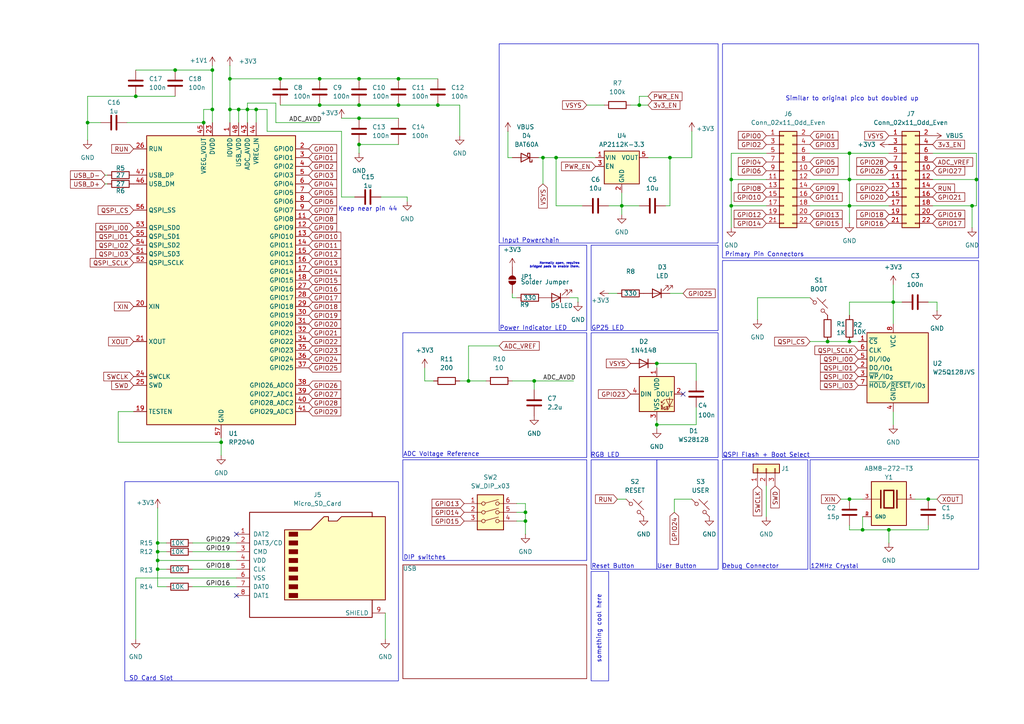
<source format=kicad_sch>
(kicad_sch (version 20250114) (generator "eeschema") (generator_version "9.0")
  (paper "A4")
  (title_block (title "Picopowered") (date "2025-08-19") (rev "3"))
  (rectangle (start 144.78 12.7) (end 208.28 70.485))
  (rectangle (start 171.45 96.52) (end 208.28 132.715))
  (rectangle (start 116.84 133.35) (end 170.18 162.56))
  (rectangle (start 36.195 139.7) (end 115.57 197.485))
  (rectangle (start 234.95 133.35) (end 283.845 165.1))
  (rectangle (start 171.45 165.735) (end 176.53 197.485))
  (rectangle (start 144.78 71.12) (end 170.18 95.885))
  (rectangle (start 190.5 133.35) (end 208.28 165.1))
  (rectangle (start 209.55 12.7) (end 283.8198 74.8059))
  (rectangle (start 209.55 75.565) (end 283.845 132.715))
  (rectangle (start 171.45 71.12) (end 208.28 95.885))
  (rectangle (start 116.84 96.52) (end 170.18 132.715))
  (rectangle (start 171.45 133.35) (end 190.5 165.1))
  (rectangle (start 209.55 133.35) (end 234.315 165.1))
  (text "Similar to original pico but doubled up" (at 247.142 28.702 0) (effects (font (size 1.27 1.27))))
  (text "DIP switches" (at 123.19 161.798 0) (effects (font (size 1.27 1.27))))
  (text "ADC Voltage Reference" (at 128.016 131.826 0) (effects (font (size 1.27 1.27))))
  (text "Normally open, requires\n bridged pads to enable them." (at 168.148 76.962 0) (effects (font (size 0.635 0.635) (italic yes)) (justify right)))
  (text "GP25 LED" (at 176.276 95.25 0) (effects (font (size 1.27 1.27))))
  (text "User Button" (at 196.342 164.338 0) (effects (font (size 1.27 1.27))))
  (text "QSPI Flash + Boot Select" (at 222.25 132.08 0) (effects (font (size 1.27 1.27))))
  (text "Primary Pin Connectors" (at 221.742 73.914 0) (effects (font (size 1.27 1.27))))
  (text "something cool here" (at 173.736 182.372 90) (effects (font (size 1.27 1.27))))
  (text "RGB LED" (at 175.514 132.08 0) (effects (font (size 1.27 1.27))))
  (text "Input Powerchain" (at 153.924 69.85 0) (effects (font (size 1.27 1.27))))
  (text "Debug Connector" (at 217.678 164.338 0) (effects (font (size 1.27 1.27))))
  (text "12MHz Crystal" (at 242.062 164.338 0) (effects (font (size 1.27 1.27))))
  (text "Keep near pin 44" (at 106.68 60.706 0) (effects (font (size 1.27 1.27))))
  (text "SD Card Slot" (at 43.815 196.85 0) (effects (font (size 1.27 1.27))))
  (text "Power Indicator LED\n" (at 154.686 95.25 0) (effects (font (size 1.27 1.27))))
  (text "Reset Button" (at 177.8 164.338 0) (effects (font (size 1.27 1.27))))
  (junction (at 74.3039 31.75))
  (junction (at 246.38 52.07))
  (junction (at 135.89 110.49))
  (junction (at 127 30.48))
  (junction (at 283.21 52.07))
  (junction (at 185.42 30.48))
  (junction (at 104.14 22.86))
  (junction (at 104.14 30.48))
  (junction (at 81.28 22.86))
  (junction (at 180.34 59.69))
  (junction (at 115.57 30.48))
  (junction (at 45.72 165.1))
  (junction (at 45.72 160.02))
  (junction (at 39.37 27.94))
  (junction (at 66.6839 31.75))
  (junction (at 161.29 45.72))
  (junction (at 246.38 99.06))
  (junction (at 152.4 148.59))
  (junction (at 269.24 144.78))
  (junction (at 45.72 157.48))
  (junction (at 61.5908 31.75))
  (junction (at 154.94 110.49))
  (junction (at 45.72 162.56))
  (junction (at 61.5908 20.32))
  (junction (at 190.5 123.19))
  (junction (at 212.09 59.69))
  (junction (at 246.38 59.69))
  (junction (at 64.1439 128.27))
  (junction (at 92.71 22.86))
  (junction (at 59.0639 35.56))
  (junction (at 92.71 30.48))
  (junction (at 246.38 144.78))
  (junction (at 246.38 44.45))
  (junction (at 281.94 59.69))
  (junction (at 157.48 45.72))
  (junction (at 190.5 105.41))
  (junction (at 115.57 22.86))
  (junction (at 25.4 35.56))
  (junction (at 71.7639 31.75))
  (junction (at 66.6839 22.86))
  (junction (at 240.03 99.06))
  (junction (at 69.2239 31.75))
  (junction (at 152.4 151.13))
  (junction (at 104.14 41.91))
  (junction (at 194.31 45.72))
  (junction (at 250.19 153.67))
  (junction (at 257.81 153.67))
  (junction (at 212.09 52.07))
  (junction (at 104.14 34.29))
  (junction (at 50.8 20.32))
  (junction (at 259.08 87.63))
  (no_connect (at 68.58 172.72))
  (no_connect (at 198.12 114.3))
  (no_connect (at 68.58 154.94))
  (wire (pts (xy 123.19 106.68) (xy 123.19 110.49)))
  (wire (pts (xy 104.14 34.29) (xy 115.57 34.29)))
  (wire (pts (xy 187.96 45.72) (xy 194.31 45.72)))
  (wire (pts (xy 133.35 30.48) (xy 127 30.48)))
  (wire (pts (xy 66.6839 31.75) (xy 69.2239 31.75)))
  (wire (pts (xy 34.29 128.27) (xy 64.1439 128.27)))
  (wire (pts (xy 176.53 59.69) (xy 180.34 59.69)))
  (wire (pts (xy 234.95 44.45) (xy 246.38 44.45)))
  (wire (pts (xy 157.48 45.72) (xy 161.29 45.72)))
  (wire (pts (xy 195.58 144.78) (xy 200.66 144.78)))
  (wire (pts (xy 74.3039 31.75) (xy 77.47 31.75)))
  (wire (pts (xy 157.48 53.34) (xy 157.48 45.72)))
  (wire (pts (xy 133.35 110.49) (xy 135.89 110.49)))
  (wire (pts (xy 182.88 30.48) (xy 185.42 30.48)))
  (wire (pts (xy 246.38 52.07) (xy 257.81 52.07)))
  (wire (pts (xy 257.81 157.48) (xy 257.81 153.67)))
  (wire (pts (xy 99.06 57.15) (xy 102.87 57.15)))
  (wire (pts (xy 99.06 34.29) (xy 104.14 34.29)))
  (wire (pts (xy 269.24 144.78) (xy 265.43 144.78)))
  (wire (pts (xy 39.37 167.64) (xy 39.37 185.42)))
  (wire (pts (xy 250.19 149.86) (xy 250.19 153.67)))
  (wire (pts (xy 55.88 170.18) (xy 68.58 170.18)))
  (wire (pts (xy 148.59 86.36) (xy 149.86 86.36)))
  (wire (pts (xy 39.37 27.94) (xy 25.4 27.94)))
  (wire (pts (xy 246.38 99.06) (xy 248.92 99.06)))
  (wire (pts (xy 104.14 44.45) (xy 104.14 41.91)))
  (wire (pts (xy 74.3039 35.56) (xy 74.3039 31.75)))
  (wire (pts (xy 194.31 85.09) (xy 198.12 85.09)))
  (wire (pts (xy 154.94 110.49) (xy 166.37 110.49)))
  (wire (pts (xy 59.0639 35.56) (xy 59.0639 31.75)))
  (wire (pts (xy 234.95 52.07) (xy 246.38 52.07)))
  (wire (pts (xy 161.29 59.69) (xy 168.91 59.69)))
  (wire (pts (xy 115.57 22.86) (xy 127 22.86)))
  (wire (pts (xy 66.6839 22.86) (xy 81.28 22.86)))
  (wire (pts (xy 55.88 160.02) (xy 68.58 160.02)))
  (wire (pts (xy 240.03 99.06) (xy 246.38 99.06)))
  (wire (pts (xy 180.34 59.69) (xy 180.34 55.88)))
  (wire (pts (xy 25.4 40.64) (xy 25.4 35.56)))
  (wire (pts (xy 147.32 45.72) (xy 147.32 38.1)))
  (wire (pts (xy 222.25 140.97) (xy 222.25 149.86)))
  (wire (pts (xy 99.06 38.1) (xy 99.06 57.15)))
  (wire (pts (xy 201.93 123.19) (xy 190.5 123.19)))
  (wire (pts (xy 92.71 22.86) (xy 104.14 22.86)))
  (wire (pts (xy 61.5908 31.75) (xy 61.6039 31.75)))
  (wire (pts (xy 201.93 118.11) (xy 201.93 123.19)))
  (wire (pts (xy 259.08 87.63) (xy 261.62 87.63)))
  (wire (pts (xy 148.59 110.49) (xy 154.94 110.49)))
  (wire (pts (xy 66.6839 35.56) (xy 66.6839 31.75)))
  (wire (pts (xy 45.72 165.1) (xy 45.72 170.18)))
  (wire (pts (xy 246.38 59.69) (xy 257.81 59.69)))
  (wire (pts (xy 81.28 30.48) (xy 92.71 30.48)))
  (wire (pts (xy 246.38 87.63) (xy 259.08 87.63)))
  (wire (pts (xy 135.89 100.33) (xy 135.89 110.49)))
  (wire (pts (xy 50.8 20.32) (xy 61.5908 20.32)))
  (wire (pts (xy 259.08 82.55) (xy 259.08 87.63)))
  (wire (pts (xy 283.21 52.07) (xy 283.21 59.69)))
  (wire (pts (xy 64.1439 128.27) (xy 64.1439 127)))
  (wire (pts (xy 243.84 144.78) (xy 246.38 144.78)))
  (wire (pts (xy 246.38 153.67) (xy 246.38 152.4)))
  (wire (pts (xy 259.08 87.63) (xy 259.08 93.98)))
  (wire (pts (xy 269.24 153.67) (xy 269.24 152.4)))
  (wire (pts (xy 48.26 157.48) (xy 45.72 157.48)))
  (wire (pts (xy 283.21 44.45) (xy 283.21 52.07)))
  (wire (pts (xy 110.49 57.15) (xy 118.11 57.15)))
  (wire (pts (xy 45.72 160.02) (xy 45.72 162.56)))
  (wire (pts (xy 104.14 22.86) (xy 115.57 22.86)))
  (wire (pts (xy 66.6839 31.75) (xy 66.6839 22.86)))
  (wire (pts (xy 71.7639 31.75) (xy 71.7639 35.56)))
  (wire (pts (xy 250.19 153.67) (xy 246.38 153.67)))
  (wire (pts (xy 212.09 59.69) (xy 222.25 59.69)))
  (wire (pts (xy 135.89 100.33) (xy 144.78 100.33)))
  (wire (pts (xy 61.5908 20.32) (xy 61.5908 31.75)))
  (wire (pts (xy 25.4 27.94) (xy 25.4 35.56)))
  (wire (pts (xy 246.38 59.69) (xy 246.38 64.77)))
  (wire (pts (xy 195.58 148.59) (xy 195.58 144.78)))
  (wire (pts (xy 45.72 162.56) (xy 68.58 162.56)))
  (wire (pts (xy 71.7639 31.75) (xy 74.3039 31.75)))
  (wire (pts (xy 118.11 57.15) (xy 118.11 58.42)))
  (wire (pts (xy 45.72 157.48) (xy 45.72 160.02)))
  (wire (pts (xy 147.32 45.72) (xy 148.59 45.72)))
  (wire (pts (xy 190.5 123.19) (xy 190.5 121.92)))
  (wire (pts (xy 71.7639 29.9065) (xy 71.7639 31.75)))
  (wire (pts (xy 64.1439 132.08) (xy 64.1439 128.27)))
  (wire (pts (xy 194.31 59.69) (xy 193.04 59.69)))
  (wire (pts (xy 50.8 27.94) (xy 39.37 27.94)))
  (wire (pts (xy 30.48 53.34) (xy 31.1239 53.34)))
  (wire (pts (xy 180.34 59.69) (xy 185.42 59.69)))
  (wire (pts (xy 190.5 105.41) (xy 201.93 105.41)))
  (wire (pts (xy 167.64 86.36) (xy 167.64 87.63)))
  (wire (pts (xy 250.19 153.67) (xy 257.81 153.67)))
  (wire (pts (xy 45.72 147.32) (xy 45.72 157.48)))
  (wire (pts (xy 104.14 41.91) (xy 115.57 41.91)))
  (wire (pts (xy 176.53 85.09) (xy 179.07 85.09)))
  (wire (pts (xy 246.38 91.44) (xy 246.38 87.63)))
  (wire (pts (xy 36.83 35.56) (xy 59.0639 35.56)))
  (wire (pts (xy 68.58 167.64) (xy 39.37 167.64)))
  (wire (pts (xy 80.01 29.9065) (xy 80.01 35.56)))
  (wire (pts (xy 92.71 30.48) (xy 104.14 30.48)))
  (wire (pts (xy 48.26 160.02) (xy 45.72 160.02)))
  (wire (pts (xy 38.7439 119.38) (xy 34.29 119.38)))
  (wire (pts (xy 161.29 45.72) (xy 161.29 59.69)))
  (wire (pts (xy 61.6039 31.75) (xy 61.6039 35.56)))
  (wire (pts (xy 69.2239 31.75) (xy 69.2239 35.56)))
  (wire (pts (xy 257.81 153.67) (xy 269.24 153.67)))
  (wire (pts (xy 66.6839 19.05) (xy 66.6839 22.86)))
  (wire (pts (xy 200.66 45.72) (xy 200.66 38.1)))
  (wire (pts (xy 270.51 59.69) (xy 281.94 59.69)))
  (wire (pts (xy 222.25 44.45) (xy 212.09 44.45)))
  (wire (pts (xy 246.38 44.45) (xy 246.38 52.07)))
  (wire (pts (xy 234.95 99.06) (xy 240.03 99.06)))
  (wire (pts (xy 185.42 27.94) (xy 185.42 30.48)))
  (wire (pts (xy 133.35 39.37) (xy 133.35 30.48)))
  (wire (pts (xy 48.26 165.1) (xy 45.72 165.1)))
  (wire (pts (xy 246.38 44.45) (xy 257.81 44.45)))
  (wire (pts (xy 81.28 22.86) (xy 92.71 22.86)))
  (wire (pts (xy 212.09 52.07) (xy 222.25 52.07)))
  (wire (pts (xy 45.72 162.56) (xy 45.72 165.1)))
  (wire (pts (xy 180.34 62.23) (xy 180.34 59.69)))
  (wire (pts (xy 156.21 45.72) (xy 157.48 45.72)))
  (wire (pts (xy 77.47 38.1) (xy 99.06 38.1)))
  (wire (pts (xy 212.09 44.45) (xy 212.09 52.07)))
  (wire (pts (xy 194.31 45.72) (xy 200.66 45.72)))
  (wire (pts (xy 45.72 170.18) (xy 48.26 170.18)))
  (wire (pts (xy 246.38 144.78) (xy 250.19 144.78)))
  (wire (pts (xy 115.57 30.48) (xy 127 30.48)))
  (wire (pts (xy 234.95 86.36) (xy 219.71 86.36)))
  (wire (pts (xy 201.93 105.41) (xy 201.93 110.49)))
  (wire (pts (xy 270.51 44.45) (xy 283.21 44.45)))
  (wire (pts (xy 283.21 52.07) (xy 270.51 52.07)))
  (wire (pts (xy 135.89 110.49) (xy 140.97 110.49)))
  (wire (pts (xy 39.37 20.32) (xy 50.8 20.32)))
  (wire (pts (xy 104.14 30.48) (xy 115.57 30.48)))
  (wire (pts (xy 165.1 86.36) (xy 167.64 86.36)))
  (wire (pts (xy 271.78 87.63) (xy 271.78 90.17)))
  (wire (pts (xy 185.42 30.48) (xy 187.96 30.48)))
  (wire (pts (xy 61.5908 19.0778) (xy 61.5908 20.32)))
  (wire (pts (xy 30.48 50.8) (xy 31.1239 50.8)))
  (wire (pts (xy 149.86 146.05) (xy 152.4 146.05)))
  (wire (pts (xy 179.07 144.78) (xy 181.61 144.78)))
  (wire (pts (xy 34.29 119.38) (xy 34.29 128.27)))
  (wire (pts (xy 190.5 124.46) (xy 190.5 123.19)))
  (wire (pts (xy 170.18 30.48) (xy 175.26 30.48)))
  (wire (pts (xy 59.0639 31.75) (xy 61.5908 31.75)))
  (wire (pts (xy 234.95 59.69) (xy 246.38 59.69)))
  (wire (pts (xy 152.4 154.94) (xy 152.4 151.13)))
  (wire (pts (xy 152.4 146.05) (xy 152.4 148.59)))
  (wire (pts (xy 212.09 66.04) (xy 212.09 59.69)))
  (wire (pts (xy 281.94 66.04) (xy 281.94 59.69)))
  (wire (pts (xy 55.88 165.1) (xy 68.58 165.1)))
  (wire (pts (xy 161.29 45.72) (xy 172.72 45.72)))
  (wire (pts (xy 123.19 110.49) (xy 125.73 110.49)))
  (wire (pts (xy 212.09 52.07) (xy 212.09 59.69)))
  (wire (pts (xy 269.24 87.63) (xy 271.78 87.63)))
  (wire (pts (xy 259.08 123.19) (xy 259.08 119.38)))
  (wire (pts (xy 69.2239 31.75) (xy 71.7639 31.75)))
  (wire (pts (xy 77.47 31.75) (xy 77.47 38.1)))
  (wire (pts (xy 80.01 35.56) (xy 92.71 35.56)))
  (wire (pts (xy 219.71 86.36) (xy 219.71 92.71)))
  (wire (pts (xy 187.96 27.94) (xy 185.42 27.94)))
  (wire (pts (xy 194.31 45.72) (xy 194.31 59.69)))
  (wire (pts (xy 80.01 29.9065) (xy 71.7639 29.9065)))
  (wire (pts (xy 111.76 177.8) (xy 111.76 185.42)))
  (wire (pts (xy 149.86 148.59) (xy 152.4 148.59)))
  (wire (pts (xy 29.21 35.56) (xy 25.4 35.56)))
  (wire (pts (xy 190.5 105.41) (xy 190.5 106.68)))
  (wire (pts (xy 271.78 144.78) (xy 269.24 144.78)))
  (wire (pts (xy 148.59 86.36) (xy 148.59 85.09)))
  (wire (pts (xy 281.94 59.69) (xy 283.21 59.69)))
  (wire (pts (xy 55.88 157.48) (xy 68.58 157.48)))
  (wire (pts (xy 152.4 148.59) (xy 152.4 151.13)))
  (wire (pts (xy 152.4 151.13) (xy 149.86 151.13)))
  (wire (pts (xy 154.94 113.03) (xy 154.94 110.49)))
  (wire (pts (xy 246.38 52.07) (xy 246.38 59.69)))
  (label "ADC_AVDD" (at 157.48 110.49 0))
  (label "GPIO18" (at 59.69 165.1 0))
  (label "GPIO19" (at 59.69 160.02 0))
  (label "GPIO29" (at 59.69 157.48 0))
  (label "GPIO16" (at 59.69 170.18 0))
  (label "ADC_AVDD" (at 83.82 35.56 0))
  (global_label "GPIO12" (shape input) (at 222.25 62.23 180) (property "Intersheetrefs" "${INTERSHEET_REFS}" (effects (hide yes))))
  (global_label "GPIO15" (shape input) (at 234.95 64.77 0) (property "Intersheetrefs" "${INTERSHEET_REFS}" (effects (hide yes))))
  (global_label "GPIO3" (shape input) (at 234.95 41.91 0) (property "Intersheetrefs" "${INTERSHEET_REFS}" (effects (hide yes))))
  (global_label "ADC_VREF" (shape input) (at 270.51 46.99 0) (property "Intersheetrefs" "${INTERSHEET_REFS}" (effects (hide yes))))
  (global_label "SWCLK" (shape input) (at 219.71 140.97 270) (property "Intersheetrefs" "${INTERSHEET_REFS}" (effects (hide yes))))
  (global_label "GPIO4" (shape input) (at 222.25 46.99 180) (property "Intersheetrefs" "${INTERSHEET_REFS}" (effects (hide yes))))
  (global_label "3v3_EN" (shape input) (at 270.51 41.91 0) (property "Intersheetrefs" "${INTERSHEET_REFS}" (effects (hide yes))))
  (global_label "QSPI_SCLK" (shape input) (at 248.92 101.6 180) (property "Intersheetrefs" "${INTERSHEET_REFS}" (effects (hide yes))))
  (global_label "PWR_EN" (shape input) (at 187.96 27.94 0) (property "Intersheetrefs" "${INTERSHEET_REFS}" (effects (hide yes))))
  (global_label "GPIO26" (shape input) (at 257.81 49.53 180) (property "Intersheetrefs" "${INTERSHEET_REFS}" (effects (hide yes))))
  (global_label "RUN" (shape input) (at 179.07 144.78 180) (property "Intersheetrefs" "${INTERSHEET_REFS}" (effects (hide yes))))
  (global_label "GPIO13" (shape input) (at 234.95 62.23 0) (property "Intersheetrefs" "${INTERSHEET_REFS}" (effects (hide yes))))
  (global_label "ADC_VREF" (shape input) (at 144.78 100.33 0) (property "Intersheetrefs" "${INTERSHEET_REFS}" (effects (hide yes))))
  (global_label "3v3_EN" (shape input) (at 187.96 30.48 0) (property "Intersheetrefs" "${INTERSHEET_REFS}" (effects (hide yes))))
  (global_label "RUN" (shape input) (at 38.7439 43.18 180) (property "Intersheetrefs" "${INTERSHEET_REFS}" (effects (hide yes))))
  (global_label "GPIO13" (shape input) (at 89.5439 76.2 0) (property "Intersheetrefs" "${INTERSHEET_REFS}" (effects (hide yes))))
  (global_label "XIN" (shape input) (at 38.7439 88.9 180) (property "Intersheetrefs" "${INTERSHEET_REFS}" (effects (hide yes))))
  (global_label "GPIO14" (shape input) (at 89.5439 78.74 0) (property "Intersheetrefs" "${INTERSHEET_REFS}" (effects (hide yes))))
  (global_label "GPIO28" (shape input) (at 89.5439 116.84 0) (property "Intersheetrefs" "${INTERSHEET_REFS}" (effects (hide yes))))
  (global_label "GPIO12" (shape input) (at 89.5439 73.66 0) (property "Intersheetrefs" "${INTERSHEET_REFS}" (effects (hide yes))))
  (global_label "GPIO0" (shape input) (at 222.25 39.37 180) (property "Intersheetrefs" "${INTERSHEET_REFS}" (effects (hide yes))))
  (global_label "GPIO7" (shape input) (at 89.5439 60.96 0) (property "Intersheetrefs" "${INTERSHEET_REFS}" (effects (hide yes))))
  (global_label "GPIO29" (shape input) (at 89.5439 119.38 0) (property "Intersheetrefs" "${INTERSHEET_REFS}" (effects (hide yes))))
  (global_label "GPIO2" (shape input) (at 89.5439 48.26 0) (property "Intersheetrefs" "${INTERSHEET_REFS}" (effects (hide yes))))
  (global_label "GPIO6" (shape input) (at 222.25 49.53 180) (property "Intersheetrefs" "${INTERSHEET_REFS}" (effects (hide yes))))
  (global_label "QSPI_IO2" (shape input) (at 38.7439 71.12 180) (property "Intersheetrefs" "${INTERSHEET_REFS}" (effects (hide yes))))
  (global_label "QSPI_IO2" (shape input) (at 248.92 109.22 180) (property "Intersheetrefs" "${INTERSHEET_REFS}" (effects (hide yes))))
  (global_label "GPIO6" (shape input) (at 89.5439 58.42 0) (property "Intersheetrefs" "${INTERSHEET_REFS}" (effects (hide yes))))
  (global_label "QSPI_IO1" (shape input) (at 248.92 106.68 180) (property "Intersheetrefs" "${INTERSHEET_REFS}" (effects (hide yes))))
  (global_label "GPIO8" (shape input) (at 222.25 54.61 180) (property "Intersheetrefs" "${INTERSHEET_REFS}" (effects (hide yes))))
  (global_label "GPIO18" (shape input) (at 89.5439 88.9 0) (property "Intersheetrefs" "${INTERSHEET_REFS}" (effects (hide yes))))
  (global_label "GPIO13" (shape input) (at 134.62 146.05 180) (property "Intersheetrefs" "${INTERSHEET_REFS}" (effects (hide yes))))
  (global_label "GPIO17" (shape input) (at 89.5439 86.36 0) (property "Intersheetrefs" "${INTERSHEET_REFS}" (effects (hide yes))))
  (global_label "GPIO14" (shape input) (at 134.62 148.59 180) (property "Intersheetrefs" "${INTERSHEET_REFS}" (effects (hide yes))))
  (global_label "GPIO5" (shape input) (at 234.95 46.99 0) (property "Intersheetrefs" "${INTERSHEET_REFS}" (effects (hide yes))))
  (global_label "QSPI_IO0" (shape input) (at 38.7439 66.04 180) (property "Intersheetrefs" "${INTERSHEET_REFS}" (effects (hide yes))))
  (global_label "GPIO0" (shape input) (at 89.5439 43.18 0) (property "Intersheetrefs" "${INTERSHEET_REFS}" (effects (hide yes))))
  (global_label "SWCLK" (shape input) (at 38.7439 109.22 180) (property "Intersheetrefs" "${INTERSHEET_REFS}" (effects (hide yes))))
  (global_label "GPIO22" (shape input) (at 89.5439 99.06 0) (property "Intersheetrefs" "${INTERSHEET_REFS}" (effects (hide yes))))
  (global_label "GPIO22" (shape input) (at 257.81 54.61 180) (property "Intersheetrefs" "${INTERSHEET_REFS}" (effects (hide yes))))
  (global_label "SWD" (shape input) (at 224.79 140.97 270) (property "Intersheetrefs" "${INTERSHEET_REFS}" (effects (hide yes))))
  (global_label "GPIO9" (shape input) (at 234.95 54.61 0) (property "Intersheetrefs" "${INTERSHEET_REFS}" (effects (hide yes))))
  (global_label "GPIO14" (shape input) (at 222.25 64.77 180) (property "Intersheetrefs" "${INTERSHEET_REFS}" (effects (hide yes))))
  (global_label "GPIO10" (shape input) (at 89.5439 68.58 0) (property "Intersheetrefs" "${INTERSHEET_REFS}" (effects (hide yes))))
  (global_label "GPIO1" (shape input) (at 89.5439 45.72 0) (property "Intersheetrefs" "${INTERSHEET_REFS}" (effects (hide yes))))
  (global_label "USB_D-" (shape input) (at 30.48 50.8 180) (property "Intersheetrefs" "${INTERSHEET_REFS}" (effects (hide yes))))
  (global_label "GPIO11" (shape input) (at 234.95 57.15 0) (property "Intersheetrefs" "${INTERSHEET_REFS}" (effects (hide yes))))
  (global_label "GPIO15" (shape input) (at 89.5439 81.28 0) (property "Intersheetrefs" "${INTERSHEET_REFS}" (effects (hide yes))))
  (global_label "GPIO24" (shape input) (at 195.58 148.59 270) (property "Intersheetrefs" "${INTERSHEET_REFS}" (effects (hide yes))))
  (global_label "XOUT" (shape input) (at 271.78 144.78 0) (property "Intersheetrefs" "${INTERSHEET_REFS}" (effects (hide yes))))
  (global_label "XIN" (shape input) (at 243.84 144.78 180) (property "Intersheetrefs" "${INTERSHEET_REFS}" (effects (hide yes))))
  (global_label "QSPI_SCLK" (shape input) (at 38.7439 76.2 180) (property "Intersheetrefs" "${INTERSHEET_REFS}" (effects (hide yes))))
  (global_label "QSPI_IO3" (shape input) (at 248.92 111.76 180) (property "Intersheetrefs" "${INTERSHEET_REFS}" (effects (hide yes))))
  (global_label "QSPI_CS" (shape input) (at 234.95 99.06 180) (property "Intersheetrefs" "${INTERSHEET_REFS}" (effects (hide yes))))
  (global_label "GPIO21" (shape input) (at 270.51 57.15 0) (property "Intersheetrefs" "${INTERSHEET_REFS}" (effects (hide yes))))
  (global_label "GPIO20" (shape input) (at 257.81 57.15 180) (property "Intersheetrefs" "${INTERSHEET_REFS}" (effects (hide yes))))
  (global_label "GPIO16" (shape input) (at 89.5439 83.82 0) (property "Intersheetrefs" "${INTERSHEET_REFS}" (effects (hide yes))))
  (global_label "PWR_EN" (shape input) (at 172.72 48.26 180) (property "Intersheetrefs" "${INTERSHEET_REFS}" (effects (hide yes))))
  (global_label "GPIO20" (shape input) (at 89.5439 93.98 0) (property "Intersheetrefs" "${INTERSHEET_REFS}" (effects (hide yes))))
  (global_label "GPIO25" (shape input) (at 89.5439 106.68 0) (property "Intersheetrefs" "${INTERSHEET_REFS}" (effects (hide yes))))
  (global_label "GPIO7" (shape input) (at 234.95 49.53 0) (property "Intersheetrefs" "${INTERSHEET_REFS}" (effects (hide yes))))
  (global_label "GPIO19" (shape input) (at 270.51 62.23 0) (property "Intersheetrefs" "${INTERSHEET_REFS}" (effects (hide yes))))
  (global_label "GPIO23" (shape input) (at 89.5439 101.6 0) (property "Intersheetrefs" "${INTERSHEET_REFS}" (effects (hide yes))))
  (global_label "SWD" (shape input) (at 38.7439 111.76 180) (property "Intersheetrefs" "${INTERSHEET_REFS}" (effects (hide yes))))
  (global_label "GPIO5" (shape input) (at 89.5439 55.88 0) (property "Intersheetrefs" "${INTERSHEET_REFS}" (effects (hide yes))))
  (global_label "QSPI_IO3" (shape input) (at 38.7439 73.66 180) (property "Intersheetrefs" "${INTERSHEET_REFS}" (effects (hide yes))))
  (global_label "GPIO1" (shape input) (at 234.95 39.37 0) (property "Intersheetrefs" "${INTERSHEET_REFS}" (effects (hide yes))))
  (global_label "GPIO27" (shape input) (at 89.5439 114.3 0) (property "Intersheetrefs" "${INTERSHEET_REFS}" (effects (hide yes))))
  (global_label "GPIO26" (shape input) (at 89.5439 111.76 0) (property "Intersheetrefs" "${INTERSHEET_REFS}" (effects (hide yes))))
  (global_label "QSPI_CS" (shape input) (at 38.7439 60.96 180) (property "Intersheetrefs" "${INTERSHEET_REFS}" (effects (hide yes))))
  (global_label "XOUT" (shape input) (at 38.7439 99.06 180) (property "Intersheetrefs" "${INTERSHEET_REFS}" (effects (hide yes))))
  (global_label "RUN" (shape input) (at 270.51 54.61 0) (property "Intersheetrefs" "${INTERSHEET_REFS}" (effects (hide yes))))
  (global_label "GPIO9" (shape input) (at 89.5439 66.04 0) (property "Intersheetrefs" "${INTERSHEET_REFS}" (effects (hide yes))))
  (global_label "GPIO11" (shape input) (at 89.5439 71.12 0) (property "Intersheetrefs" "${INTERSHEET_REFS}" (effects (hide yes))))
  (global_label "GPIO24" (shape input) (at 89.5439 104.14 0) (property "Intersheetrefs" "${INTERSHEET_REFS}" (effects (hide yes))))
  (global_label "VSYS" (shape input) (at 182.88 105.41 180) (property "Intersheetrefs" "${INTERSHEET_REFS}" (effects (hide yes))))
  (global_label "GPIO27" (shape input) (at 270.51 49.53 0) (property "Intersheetrefs" "${INTERSHEET_REFS}" (effects (hide yes))))
  (global_label "GPIO16" (shape input) (at 257.81 64.77 180) (property "Intersheetrefs" "${INTERSHEET_REFS}" (effects (hide yes))))
  (global_label "GPIO21" (shape input) (at 89.5439 96.52 0) (property "Intersheetrefs" "${INTERSHEET_REFS}" (effects (hide yes))))
  (global_label "GPIO28" (shape input) (at 257.81 46.99 180) (property "Intersheetrefs" "${INTERSHEET_REFS}" (effects (hide yes))))
  (global_label "GPIO23" (shape input) (at 182.88 114.3 180) (property "Intersheetrefs" "${INTERSHEET_REFS}" (effects (hide yes))))
  (global_label "GPIO17" (shape input) (at 270.51 64.77 0) (property "Intersheetrefs" "${INTERSHEET_REFS}" (effects (hide yes))))
  (global_label "VSYS" (shape input) (at 157.48 53.34 270) (property "Intersheetrefs" "${INTERSHEET_REFS}" (effects (hide yes))))
  (global_label "GPIO8" (shape input) (at 89.5439 63.5 0) (property "Intersheetrefs" "${INTERSHEET_REFS}" (effects (hide yes))))
  (global_label "QSPI_IO0" (shape input) (at 248.92 104.14 180) (property "Intersheetrefs" "${INTERSHEET_REFS}" (effects (hide yes))))
  (global_label "GPIO2" (shape input) (at 222.25 41.91 180) (property "Intersheetrefs" "${INTERSHEET_REFS}" (effects (hide yes))))
  (global_label "QSPI_IO1" (shape input) (at 38.7439 68.58 180) (property "Intersheetrefs" "${INTERSHEET_REFS}" (effects (hide yes))))
  (global_label "VSYS" (shape input) (at 170.18 30.48 180) (property "Intersheetrefs" "${INTERSHEET_REFS}" (effects (hide yes))))
  (global_label "GPIO10" (shape input) (at 222.25 57.15 180) (property "Intersheetrefs" "${INTERSHEET_REFS}" (effects (hide yes))))
  (global_label "GPIO25" (shape input) (at 198.12 85.09 0) (property "Intersheetrefs" "${INTERSHEET_REFS}" (effects (hide yes))))
  (global_label "GPIO19" (shape input) (at 89.5439 91.44 0) (property "Intersheetrefs" "${INTERSHEET_REFS}" (effects (hide yes))))
  (global_label "USB_D+" (shape input) (at 30.48 53.34 180) (property "Intersheetrefs" "${INTERSHEET_REFS}" (effects (hide yes))))
  (global_label "GPIO4" (shape input) (at 89.5439 53.34 0) (property "Intersheetrefs" "${INTERSHEET_REFS}" (effects (hide yes))))
  (global_label "GPIO3" (shape input) (at 89.5439 50.8 0) (property "Intersheetrefs" "${INTERSHEET_REFS}" (effects (hide yes))))
  (global_label "VSYS" (shape input) (at 257.81 39.37 180) (property "Intersheetrefs" "${INTERSHEET_REFS}" (effects (hide yes))))
  (global_label "GPIO15" (shape input) (at 134.62 151.13 180) (property "Intersheetrefs" "${INTERSHEET_REFS}" (effects (hide yes))))
  (global_label "GPIO18" (shape input) (at 257.81 62.23 180) (property "Intersheetrefs" "${INTERSHEET_REFS}" (effects (hide yes))))
  (symbol (lib_id "power:+3V3") (at 257.81 41.91 90) (mirror x) (unit 1)
    (property "Reference" "#PWR041" (effects (hide yes)))
    (property "Value" "+3V3" (at 254 41.9099 90) (effects (justify left)))
    (property "Description" "Power symbol creates a global label with name \"+3V3\"" (effects (hide yes)))
  )
  (symbol (lib_id "power:GND") (at 133.35 39.37 0) (unit 1)
    (property "Reference" "#PWR029" (effects (hide yes)))
    (property "Value" "GND" (at 133.35 44.45 0))
    (property "Description" "Power symbol creates a global label with name \"GND\" , ground" (effects (hide yes)))
  )
  (symbol (lib_id "Device:R") (at 52.07 160.02 90) (unit 1)
    (property "Reference" "R12" (at 42.418 160.02 90))
    (property "Value" "10K" (at 51.562 160.02 90))
    (property "Footprint" "Resistor_SMD:R_0402_1005Metric" (effects (hide yes)))
    (property "Description" "Resistor" (effects (hide yes)))
  )
  (symbol (lib_id "Device:R") (at 52.07 170.18 90) (unit 1)
    (property "Reference" "R14" (at 42.418 170.18 90))
    (property "Value" "10K" (at 51.562 170.18 90))
    (property "Footprint" "Resistor_SMD:R_0402_1005Metric" (effects (hide yes)))
    (property "Description" "Resistor" (effects (hide yes)))
  )
  (symbol (lib_id "power:GND") (at 190.5 124.46 0) (unit 1)
    (property "Reference" "#PWR011" (effects (hide yes)))
    (property "Value" "GND" (at 190.5 129.54 0))
    (property "Description" "Power symbol creates a global label with name \"GND\" , ground" (effects (hide yes)))
  )
  (symbol (lib_id "Device:C") (at 39.37 24.13 0) (unit 1)
    (property "Reference" "C17" (at 43.18 22.8599 0) (effects (justify left)))
    (property "Value" "100n" (at 43.18 25.3999 0) (effects (justify left)))
    (property "Footprint" "Capacitor_SMD:C_0402_1005Metric" (effects (hide yes)))
    (property "Description" "Unpolarized capacitor" (effects (hide yes)))
  )
  (symbol (lib_id "Device:R") (at 34.9339 53.34 270) (unit 1)
    (property "Reference" "R6" (at 34.9339 55.372 90))
    (property "Value" "27" (at 34.9339 53.34 90))
    (property "Footprint" "Resistor_SMD:R_0402_1005Metric" (effects (hide yes)))
    (property "Description" "Resistor" (effects (hide yes)))
  )
  (symbol (lib_id "Device:C") (at 104.14 38.1 0) (unit 1)
    (property "Reference" "C13" (at 107.95 36.8299 0) (effects (justify left)))
    (property "Value" "100n" (at 107.95 39.3699 0) (effects (justify left)))
    (property "Footprint" "Capacitor_SMD:C_0402_1005Metric" (effects (hide yes)))
    (property "Description" "Unpolarized capacitor" (effects (hide yes)))
  )
  (symbol (lib_id "Connector_Generic:Conn_01x03") (at 222.25 135.89 90) (unit 1)
    (property "Reference" "J1" (at 226.568 135.89 90) (effects (justify right)))
    (property "Value" "Conn_01x03" (effects (hide yes)))
    (property "Footprint" "Connector_PinHeader_2.54mm:PinHeader_1x03_P2.54mm_Vertical" (effects (hide yes)))
    (property "Description" "Generic connector, single row, 01x03, script generated (kicad-library-utils/schlib/autogen/connector/)" (effects (hide yes)))
  )
  (symbol (lib_id "Scottokicad:Placeholder_Keyswitch") (at 237.49 88.9 0) (unit 1)
    (property "Reference" "S1" (at 237.49 81.28 0))
    (property "Value" "BOOT" (at 237.49 83.82 0))
    (property "Footprint" "Button_Switch_SMD:SW_SPST_B3U-1000P" (effects (hide yes)))
    (property "Description" "Push button switch, normally open, two pins, 45° tilted" (effects (hide yes)))
  )
  (symbol (lib_id "power:GND") (at 180.34 62.23 0) (unit 1)
    (property "Reference" "#PWR019" (effects (hide yes)))
    (property "Value" "GND" (at 180.34 67.31 0))
    (property "Description" "Power symbol creates a global label with name \"GND\" , ground" (effects (hide yes)))
  )
  (symbol (lib_id "Device:C") (at 115.57 26.67 0) (unit 1)
    (property "Reference" "C11" (at 119.38 25.3999 0) (effects (justify left)))
    (property "Value" "100n" (at 119.38 27.9399 0) (effects (justify left)))
    (property "Footprint" "Capacitor_SMD:C_0402_1005Metric" (effects (hide yes)))
    (property "Description" "Unpolarized capacitor" (effects (hide yes)))
  )
  (symbol (lib_id "Device:C") (at 201.93 114.3 180) (unit 1)
    (property "Reference" "C4" (at 202.438 117.602 0) (effects (justify right)))
    (property "Value" "100n" (at 202.438 120.396 0) (effects (justify right)))
    (property "Footprint" "Capacitor_SMD:C_0402_1005Metric" (effects (hide yes)))
    (property "Description" "Unpolarized capacitor" (effects (hide yes)))
  )
  (symbol (lib_id "Switch:SW_DIP_x03") (at 142.24 148.59 0) (unit 1)
    (property "Reference" "SW2" (at 142.24 138.43 0))
    (property "Value" "SW_DIP_x03" (at 142.24 140.97 0))
    (property "Footprint" "Button_Switch_THT:SW_DIP_SPSTx03_Slide_6.7x9.18mm_W7.62mm_P2.54mm_LowProfile" (effects (hide yes)))
    (property "Description" "3x DIP Switch, Single Pole Single Throw (SPST) switch, small symbol" (effects (hide yes)))
  )
  (symbol (lib_id "Device:C") (at 154.94 116.84 0) (unit 1)
    (property "Reference" "C7" (at 158.75 115.5699 0) (effects (justify left)))
    (property "Value" "2.2u" (at 158.75 118.1099 0) (effects (justify left)))
    (property "Footprint" "Capacitor_SMD:C_0402_1005Metric" (effects (hide yes)))
    (property "Description" "Unpolarized capacitor" (effects (hide yes)))
  )
  (symbol (lib_id "power:GND") (at 219.71 92.71 0) (unit 1)
    (property "Reference" "#PWR05" (effects (hide yes)))
    (property "Value" "GND" (at 219.71 97.79 0))
    (property "Description" "Power symbol creates a global label with name \"GND\" , ground" (effects (hide yes)))
  )
  (symbol (lib_id "Device:C") (at 106.68 57.15 90) (unit 1)
    (property "Reference" "C15" (at 106.68 51.308 90))
    (property "Value" "1u" (at 106.68 53.848 90))
    (property "Footprint" "Capacitor_SMD:C_0402_1005Metric" (effects (hide yes)))
    (property "Description" "Unpolarized capacitor" (effects (hide yes)))
  )
  (symbol (lib_id "LED:WS2812B") (at 190.5 114.3 0) (unit 1)
    (property "Reference" "D1" (at 201.168 124.968 0))
    (property "Value" "WS2812B" (at 201.168 127.508 0))
    (property "Footprint" "LED_SMD:LED_WS2812B_PLCC4_5.0x5.0mm_P3.2mm" (effects (hide yes)))
    (property "Datasheet" "https://cdn-shop.adafruit.com/datasheets/WS2812B.pdf" (effects (hide yes)))
    (property "Description" "RGB LED with integrated controller" (effects (hide yes)))
  )
  (symbol (lib_id "power:GND") (at 212.09 66.04 0) (unit 1)
    (property "Reference" "#PWR042" (effects (hide yes)))
    (property "Value" "GND" (at 212.09 71.12 0))
    (property "Description" "Power symbol creates a global label with name \"GND\" , ground" (effects (hide yes)))
  )
  (symbol (lib_id "Scottokicad:Placeholder_Keyswitch") (at 203.2 147.32 0) (unit 1)
    (property "Reference" "S3" (at 203.2 139.7 0))
    (property "Value" "USER" (at 203.2 142.24 0))
    (property "Footprint" "Button_Switch_SMD:SW_SPST_B3U-1000P" (effects (hide yes)))
    (property "Description" "Push button switch, normally open, two pins, 45° tilted" (effects (hide yes)))
  )
  (symbol (lib_id "power:GND") (at 167.64 87.63 0) (unit 1)
    (property "Reference" "#PWR021" (effects (hide yes)))
    (property "Value" "GND" (at 167.64 92.71 0))
    (property "Description" "Power symbol creates a global label with name \"GND\" , ground" (effects (hide yes)))
  )
  (symbol (lib_id "power:VBUS") (at 270.51 39.37 270) (unit 1)
    (property "Reference" "#PWR040" (effects (hide yes)))
    (property "Value" "VBUS" (at 274.32 39.3699 90) (effects (justify left)))
    (property "Description" "Power symbol creates a global label with name \"VBUS\"" (effects (hide yes)))
  )
  (symbol (lib_id "power:GND") (at 259.08 123.19 0) (unit 1)
    (property "Reference" "#PWR03" (effects (hide yes)))
    (property "Value" "GND" (at 259.08 128.27 0))
    (property "Description" "Power symbol creates a global label with name \"GND\" , ground" (effects (hide yes)))
  )
  (symbol (lib_id "Device:C") (at 172.72 59.69 90) (unit 1)
    (property "Reference" "C6" (at 172.72 52.07 90))
    (property "Value" "10u" (at 172.72 54.61 90))
    (property "Footprint" "Capacitor_SMD:C_0402_1005Metric" (effects (hide yes)))
    (property "Description" "Unpolarized capacitor" (effects (hide yes)))
  )
  (symbol (lib_id "power:+3V3") (at 200.66 38.1 0) (unit 1)
    (property "Reference" "#PWR018" (effects (hide yes)))
    (property "Value" "+3V3" (at 201.93 37.338 0) (effects (justify left)))
    (property "Description" "Power symbol creates a global label with name \"+3V3\"" (effects (hide yes)))
  )
  (symbol (lib_id "Device:C") (at 246.38 148.59 0) (mirror y) (unit 1)
    (property "Reference" "C2" (at 239.776 147.32 0) (effects (justify right)))
    (property "Value" "15p" (at 239.776 149.86 0) (effects (justify right)))
    (property "Footprint" "Capacitor_SMD:C_0402_1005Metric" (effects (hide yes)))
    (property "Description" "Unpolarized capacitor" (effects (hide yes)))
  )
  (symbol (lib_id "Device:R") (at 34.9339 50.8 90) (unit 1)
    (property "Reference" "R5" (at 34.9339 48.768 90))
    (property "Value" "27" (at 34.9339 50.8 90))
    (property "Footprint" "Resistor_SMD:R_0402_1005Metric" (effects (hide yes)))
    (property "Description" "Resistor" (effects (hide yes)))
  )
  (symbol (lib_id "Device:LED") (at 190.5 85.09 180) (unit 1)
    (property "Reference" "D3" (at 192.0875 77.47 0))
    (property "Value" "LED" (at 192.0875 80.01 0))
    (property "Footprint" "LED_SMD:LED_0603_1608Metric" (effects (hide yes)))
    (property "Description" "Light emitting diode" (effects (hide yes)))
    (property "Sim.Pins" "1=K 2=A" (effects (hide yes)))
  )
  (symbol (lib_id "Device:C") (at 81.28 26.67 0) (unit 1)
    (property "Reference" "C8" (at 85.09 25.3999 0) (effects (justify left)))
    (property "Value" "100n" (at 85.09 27.9399 0) (effects (justify left)))
    (property "Footprint" "Capacitor_SMD:C_0402_1005Metric" (effects (hide yes)))
    (property "Description" "Unpolarized capacitor" (effects (hide yes)))
  )
  (symbol (lib_id "Device:C") (at 265.43 87.63 90) (unit 1)
    (property "Reference" "C3" (at 265.43 80.01 90))
    (property "Value" "100n" (at 265.43 82.55 90))
    (property "Footprint" "Capacitor_SMD:C_0402_1005Metric" (effects (hide yes)))
    (property "Description" "Unpolarized capacitor" (effects (hide yes)))
  )
  (symbol (lib_id "Device:R") (at 52.07 157.48 90) (unit 1)
    (property "Reference" "R15" (at 42.418 157.48 90))
    (property "Value" "10K" (at 51.562 157.48 90))
    (property "Footprint" "Resistor_SMD:R_0402_1005Metric" (effects (hide yes)))
    (property "Description" "Resistor" (effects (hide yes)))
  )
  (symbol (lib_id "power:GND") (at 222.25 149.86 0) (unit 1)
    (property "Reference" "#PWR07" (effects (hide yes)))
    (property "Value" "GND" (at 222.25 154.94 0))
    (property "Description" "Power symbol creates a global label with name \"GND\" , ground" (effects (hide yes)))
  )
  (symbol (lib_id "Device:R") (at 179.07 30.48 90) (unit 1)
    (property "Reference" "R7" (at 179.07 24.13 90))
    (property "Value" "100k" (at 179.07 26.67 90))
    (property "Footprint" "Resistor_SMD:R_0402_1005Metric" (effects (hide yes)))
    (property "Description" "Resistor" (effects (hide yes)))
  )
  (symbol (lib_id "Device:C") (at 50.8 24.13 0) (unit 1)
    (property "Reference" "C18" (at 54.61 22.8599 0) (effects (justify left)))
    (property "Value" "100n" (at 54.61 25.3999 0) (effects (justify left)))
    (property "Footprint" "Capacitor_SMD:C_0402_1005Metric" (effects (hide yes)))
    (property "Description" "Unpolarized capacitor" (effects (hide yes)))
  )
  (symbol (lib_id "Device:R") (at 246.38 95.25 0) (unit 1)
    (property "Reference" "R2" (at 247.396 94.234 0) (effects (justify left)))
    (property "Value" "10K" (at 247.396 96.266 0) (effects (justify left)))
    (property "Footprint" "Resistor_SMD:R_0402_1005Metric" (effects (hide yes)))
    (property "Description" "Resistor" (effects (hide yes)))
  )
  (symbol (lib_id "power:GND") (at 257.81 157.48 0) (unit 1)
    (property "Reference" "#PWR02" (effects (hide yes)))
    (property "Value" "GND" (at 257.81 162.56 0))
    (property "Description" "Power symbol creates a global label with name \"GND\" , ground" (effects (hide yes)))
  )
  (symbol (lib_id "power:GND") (at 281.94 66.04 0) (unit 1)
    (property "Reference" "#PWR043" (effects (hide yes)))
    (property "Value" "GND" (at 281.94 71.12 0))
    (property "Description" "Power symbol creates a global label with name \"GND\" , ground" (effects (hide yes)))
  )
  (symbol (lib_id "Regulator_Linear:AP2112K-3.3") (at 180.34 48.26 0) (unit 1)
    (property "Reference" "U4" (at 180.34 39.37 0))
    (property "Value" "AP2112K-3.3" (at 180.34 41.91 0))
    (property "Footprint" "Package_TO_SOT_SMD:SOT-23-5" (effects (hide yes)))
    (property "Datasheet" "https://www.diodes.com/assets/Datasheets/AP2112.pdf" (effects (hide yes)))
    (property "Description" "600mA low dropout linear regulator, with enable pin, 3.8V-6V input voltage range, 3.3V fixed positive output, SOT-23-5" (effects (hide yes)))
  )
  (symbol (lib_id "Diode:1N4148") (at 186.69 105.41 180) (unit 1)
    (property "Reference" "D2" (at 186.69 99.06 0))
    (property "Value" "1N4148" (at 186.69 101.6 0))
    (property "Footprint" "Diode_SMD:D_SOD-123" (effects (hide yes)))
    (property "Datasheet" "https://assets.nexperia.com/documents/data-sheet/1N4148_1N4448.pdf" (effects (hide yes)))
    (property "Description" "100V 0.15A standard switching diode, DO-35" (effects (hide yes)))
    (property "Sim.Device" "D" (effects (hide yes)))
    (property "Sim.Pins" "1=K 2=A" (effects (hide yes)))
  )
  (symbol (lib_id "Scottokicad:Placeholder_Keyswitch") (at 184.15 147.32 0) (unit 1)
    (property "Reference" "S2" (at 184.15 139.7 0))
    (property "Value" "RESET" (at 184.15 142.24 0))
    (property "Footprint" "Button_Switch_SMD:SW_SPST_B3U-1000P" (effects (hide yes)))
    (property "Description" "Push button switch, normally open, two pins, 45° tilted" (effects (hide yes)))
  )
  (symbol (lib_id "power:+1V1") (at 61.5908 19.0778 0) (unit 1)
    (property "Reference" "#PWR034" (effects (hide yes)))
    (property "Value" "+1V1" (at 57.658 17.526 0))
    (property "Description" "Power symbol creates a global label with name \"+1V1\"" (effects (hide yes)))
  )
  (symbol (lib_id "Device:R") (at 182.88 85.09 90) (unit 1)
    (property "Reference" "R8" (at 182.88 78.74 90))
    (property "Value" "330" (at 182.88 85.09 90))
    (property "Footprint" "Resistor_SMD:R_0402_1005Metric" (effects (hide yes)))
    (property "Description" "Resistor" (effects (hide yes)))
  )
  (symbol (lib_id "Device:R") (at 240.03 95.25 0) (unit 1)
    (property "Reference" "R1" (at 242.57 93.9799 0) (effects (justify left)))
    (property "Value" "1K" (at 242.57 96.5199 0) (effects (justify left)))
    (property "Footprint" "Resistor_SMD:R_0402_1005Metric" (effects (hide yes)))
    (property "Description" "Resistor" (effects (hide yes)))
  )
  (symbol (lib_id "Device:C") (at 92.71 26.67 0) (unit 1)
    (property "Reference" "C9" (at 96.52 25.3999 0) (effects (justify left)))
    (property "Value" "100n" (at 96.52 27.9399 0) (effects (justify left)))
    (property "Footprint" "Capacitor_SMD:C_0402_1005Metric" (effects (hide yes)))
    (property "Description" "Unpolarized capacitor" (effects (hide yes)))
  )
  (symbol (lib_id "Device:C") (at 115.57 38.1 0) (unit 1)
    (property "Reference" "C14" (at 119.38 36.8299 0) (effects (justify left)))
    (property "Value" "100n" (at 119.38 39.3699 0) (effects (justify left)))
    (property "Footprint" "Capacitor_SMD:C_0402_1005Metric" (effects (hide yes)))
    (property "Description" "Unpolarized capacitor" (effects (hide yes)))
  )
  (symbol (lib_id "power:+3V3") (at 66.6839 19.05 0) (unit 1)
    (property "Reference" "#PWR028" (effects (hide yes)))
    (property "Value" "+3V3" (at 69.2239 17.7799 0) (effects (justify left)))
    (property "Description" "Power symbol creates a global label with name \"+3V3\"" (effects (hide yes)))
  )
  (symbol (lib_id "Device:C") (at 269.24 148.59 0) (unit 1)
    (property "Reference" "C1" (at 273.05 147.3199 0) (effects (justify left)))
    (property "Value" "15p" (at 273.05 149.8599 0) (effects (justify left)))
    (property "Footprint" "Capacitor_SMD:C_0402_1005Metric" (effects (hide yes)))
    (property "Description" "Unpolarized capacitor" (effects (hide yes)))
  )
  (symbol (lib_id "power:GND") (at 154.94 120.65 0) (unit 1)
    (property "Reference" "#PWR024" (effects (hide yes)))
    (property "Value" "GND" (at 154.94 125.73 0))
    (property "Description" "Power symbol creates a global label with name \"GND\" , ground" (effects (hide yes)))
  )
  (symbol (lib_id "Memory_Flash:W25Q128JVS") (at 259.08 106.68 0) (unit 1)
    (property "Reference" "U2" (at 270.51 105.4099 0) (effects (justify left)))
    (property "Value" "W25Q128JVS" (at 270.51 107.9499 0) (effects (justify left)))
    (property "Footprint" "Package_SO:SOIC-8_5.3x5.3mm_P1.27mm" (effects (hide yes)))
    (property "Datasheet" "https://www.winbond.com/resource-files/w25q128jv_dtr%20revc%2003272018%20plus.pdf" (effects (hide yes)))
    (property "Description" "128Mbit / 16MiB Serial Flash Memory, Standard/Dual/Quad SPI, 2.7-3.6V, SOIC-8" (effects (hide yes)))
  )
  (symbol (lib_id "power:+3V3") (at 99.06 34.29 0) (unit 1)
    (property "Reference" "#PWR031" (effects (hide yes)))
    (property "Value" "+3V3" (at 95.504 32.766 0))
    (property "Description" "Power symbol creates a global label with name \"+3V3\"" (effects (hide yes)))
  )
  (symbol (lib_id "power:GND") (at 64.1439 132.08 0) (unit 1)
    (property "Reference" "#PWR01" (effects (hide yes)))
    (property "Value" "GND" (at 64.1439 137.16 0))
    (property "Description" "Power symbol creates a global label with name \"GND\" , ground" (effects (hide yes)))
  )
  (symbol (lib_id "power:GND") (at 104.14 44.45 0) (unit 1)
    (property "Reference" "#PWR030" (effects (hide yes)))
    (property "Value" "GND" (at 104.14 49.53 0))
    (property "Description" "Power symbol creates a global label with name \"GND\" , ground" (effects (hide yes)))
  )
  (symbol (lib_id "power:GND") (at 246.38 64.77 0) (unit 1)
    (property "Reference" "#PWR044" (effects (hide yes)))
    (property "Value" "GND" (at 246.38 69.85 0))
    (property "Description" "Power symbol creates a global label with name \"GND\" , ground" (effects (hide yes)))
  )
  (symbol (lib_id "power:+3V3") (at 45.72 147.32 0) (unit 1)
    (property "Reference" "#PWR035" (effects (hide yes)))
    (property "Value" "+3V3" (at 42.164 145.796 0))
    (property "Description" "Power symbol creates a global label with name \"+3V3\"" (effects (hide yes)))
  )
  (symbol (lib_id "Device:R") (at 153.67 86.36 90) (unit 1)
    (property "Reference" "R9" (at 152.146 88.392 90))
    (property "Value" "330" (at 153.67 86.36 90))
    (property "Footprint" "Resistor_SMD:R_0402_1005Metric" (effects (hide yes)))
    (property "Description" "Resistor" (effects (hide yes)))
  )
  (symbol (lib_id "Jumper:SolderJumper_2_Open") (at 148.59 81.28 90) (unit 1) (exclude_from_sim yes) (in_bom no)
    (property "Reference" "JP1" (at 150.876 80.264 90) (effects (justify right)))
    (property "Value" "Solder Jumper" (at 165.1 81.788 90) (effects (justify left)))
    (property "Footprint" "Jumper:SolderJumper-2_P1.3mm_Open_TrianglePad1.0x1.5mm" (effects (hide yes)))
    (property "Description" "Solder Jumper, 2-pole, open" (effects (hide yes)))
  )
  (symbol (lib_id "Device:C") (at 104.14 26.67 0) (unit 1)
    (property "Reference" "C10" (at 107.95 25.3999 0) (effects (justify left)))
    (property "Value" "100n" (at 107.95 27.9399 0) (effects (justify left)))
    (property "Footprint" "Capacitor_SMD:C_0402_1005Metric" (effects (hide yes)))
    (property "Description" "Unpolarized capacitor" (effects (hide yes)))
  )
  (symbol (lib_id "power:+3V3") (at 123.19 106.68 0) (unit 1)
    (property "Reference" "#PWR025" (effects (hide yes)))
    (property "Value" "+3V3" (at 123.19 101.6 0))
    (property "Description" "Power symbol creates a global label with name \"+3V3\"" (effects (hide yes)))
  )
  (symbol (lib_id "Device:C") (at 127 26.67 0) (unit 1)
    (property "Reference" "C12" (at 130.81 25.3999 0) (effects (justify left)))
    (property "Value" "100n" (at 130.81 27.9399 0) (effects (justify left)))
    (property "Footprint" "Capacitor_SMD:C_0402_1005Metric" (effects (hide yes)))
    (property "Description" "Unpolarized capacitor" (effects (hide yes)))
  )
  (symbol (lib_id "Device:R") (at 129.54 110.49 90) (unit 1)
    (property "Reference" "R11" (at 129.54 104.14 90))
    (property "Value" "200" (at 129.54 106.68 90))
    (property "Footprint" "Resistor_SMD:R_0402_1005Metric" (effects (hide yes)))
    (property "Description" "Resistor" (effects (hide yes)))
  )
  (symbol (lib_id "Device:R") (at 144.78 110.49 90) (unit 1)
    (property "Reference" "R10" (at 144.78 104.14 90))
    (property "Value" "10" (at 144.78 106.68 90))
    (property "Footprint" "Resistor_SMD:R_0402_1005Metric" (effects (hide yes)))
    (property "Description" "Resistor" (effects (hide yes)))
  )
  (symbol (lib_id "power:GND") (at 111.76 185.42 0) (unit 1)
    (property "Reference" "#PWR037" (effects (hide yes)))
    (property "Value" "GND" (at 111.76 190.5 0))
    (property "Description" "Power symbol creates a global label with name \"GND\" , ground" (effects (hide yes)))
  )
  (symbol (lib_id "power:GND") (at 152.4 154.94 0) (unit 1)
    (property "Reference" "#PWR022" (effects (hide yes)))
    (property "Value" "GND" (at 152.4 160.02 0))
    (property "Description" "Power symbol creates a global label with name \"GND\" , ground" (effects (hide yes)))
  )
  (symbol (lib_id "Device:C") (at 33.02 35.56 270) (mirror x) (unit 1)
    (property "Reference" "C16" (at 33.02 29.718 90))
    (property "Value" "1u" (at 33.02 32.258 90))
    (property "Footprint" "Capacitor_SMD:C_0402_1005Metric" (effects (hide yes)))
    (property "Description" "Unpolarized capacitor" (effects (hide yes)))
  )
  (symbol (lib_id "Connector_Generic:Conn_02x11_Odd_Even") (at 227.33 52.07 0) (unit 1)
    (property "Reference" "J6" (at 228.6 33.02 0))
    (property "Value" "Conn_02x11_Odd_Even" (at 228.6 35.56 0))
    (property "Footprint" "Connector_PinHeader_2.54mm:PinHeader_2x11_P2.54mm_Vertical" (effects (hide yes)))
    (property "Description" "Generic connector, double row, 02x11, odd/even pin numbering scheme (row 1 odd numbers, row 2 even numbers), script generated (kicad-library-utils/schlib/autogen/connector/)" (effects (hide yes)))
  )
  (symbol (lib_id "power:+3V3") (at 148.59 77.47 0) (unit 1)
    (property "Reference" "#PWR020" (effects (hide yes)))
    (property "Value" "+3V3" (at 148.59 72.39 0))
    (property "Description" "Power symbol creates a global label with name \"+3V3\"" (effects (hide yes)))
  )
  (symbol (lib_id "Device:R") (at 52.07 165.1 90) (unit 1)
    (property "Reference" "R13" (at 42.418 165.354 90))
    (property "Value" "10K" (at 51.562 165.1 90))
    (property "Footprint" "Resistor_SMD:R_0402_1005Metric" (effects (hide yes)))
    (property "Description" "Resistor" (effects (hide yes)))
  )
  (symbol (lib_id "power:GND") (at 118.11 58.42 0) (unit 1)
    (property "Reference" "#PWR032" (effects (hide yes)))
    (property "Value" "GND" (at 118.11 63.5 0))
    (property "Description" "Power symbol creates a global label with name \"GND\" , ground" (effects (hide yes)))
  )
  (symbol (lib_id "ABM8-272-T3:ABM8-272-T3") (at 257.81 144.78 0) (mirror y) (unit 1)
    (property "Reference" "Y1" (at 257.81 138.43 0))
    (property "Value" "ABM8-272-T3" (at 257.81 135.89 0))
    (property "Footprint" "kicad-lib:XTAL_ABM8-272-T3" (effects (hide yes)))
    (property "MF" "ABRACON" (effects (hide yes)))
    (property "MAXIMUM_PACKAGE_HEIGHT" "0.8mm" (effects (hide yes)))
    (property "CREATOR" "DIZAR" (effects (hide yes)))
    (property "Price" "None" (effects (hide yes)))
    (property "Package" "NON-STANDARD-4 Abracon" (effects (hide yes)))
    (property "Check_prices" "https://www.snapeda.com/parts/ABM8-272-T3/Abracon/view-part/?ref=eda" (effects (hide yes)))
    (property "STANDARD" "Manufacturer Recommendations" (effects (hide yes)))
    (property "PARTREV" "07-29-20" (effects (hide yes)))
    (property "SnapEDA_Link" "https://www.snapeda.com/parts/ABM8-272-T3/Abracon/view-part/?ref=snap" (effects (hide yes)))
    (property "MP" "ABM8-272-T3" (effects (hide yes)))
    (property "Description_1" "12 MHz ±30ppm Crystal 10pF 50 Ohms 4-SMD, No Lead" (effects (hide yes)))
    (property "Availability" "In Stock" (effects (hide yes)))
    (property "MANUFACTURER" "ABRACON" (effects (hide yes)))
  )
  (symbol (lib_id "Connector:Micro_SD_Card") (at 91.44 162.56 0) (unit 1)
    (property "Reference" "J5" (at 92.075 143.51 0))
    (property "Value" "Micro_SD_Card" (at 92.075 146.05 0))
    (property "Footprint" "lib:Micro_SD_READER" (effects (hide yes)))
    (property "Datasheet" "https://www.we-online.com/components/products/datasheet/693072010801.pdf" (effects (hide yes)))
    (property "Description" "Micro SD Card Socket" (effects (hide yes)))
  )
  (symbol (lib_id "MCU_RaspberryPi:RP2040") (at 64.1439 81.28 0) (unit 1)
    (property "Reference" "U1" (at 66.2872 125.73 0) (effects (justify left)))
    (property "Value" "RP2040" (at 66.2872 128.27 0) (effects (justify left)))
    (property "Footprint" "Package_DFN_QFN:QFN-56-1EP_7x7mm_P0.4mm_EP3.2x3.2mm" (effects (hide yes)))
    (property "Datasheet" "https://datasheets.raspberrypi.com/rp2040/rp2040-datasheet.pdf" (effects (hide yes)))
    (property "Description" "A microcontroller by Raspberry Pi" (effects (hide yes)))
  )
  (symbol (lib_id "Connector_Generic:Conn_02x11_Odd_Even") (at 262.89 52.07 0) (unit 1)
    (property "Reference" "J7" (at 264.16 33.02 0))
    (property "Value" "Conn_02x11_Odd_Even" (at 264.16 35.56 0))
    (property "Footprint" "Connector_PinHeader_2.54mm:PinHeader_2x11_P2.54mm_Vertical" (effects (hide yes)))
    (property "Description" "Generic connector, double row, 02x11, odd/even pin numbering scheme (row 1 odd numbers, row 2 even numbers), script generated (kicad-library-utils/schlib/autogen/connector/)" (effects (hide yes)))
  )
  (symbol (lib_id "power:+3V3") (at 176.53 85.09 90) (unit 1)
    (property "Reference" "#PWR013" (effects (hide yes)))
    (property "Value" "+3V3" (at 176.784 87.122 90) (effects (justify left)))
    (property "Description" "Power symbol creates a global label with name \"+3V3\"" (effects (hide yes)))
  )
  (symbol (lib_id "power:GND") (at 271.78 90.17 0) (unit 1)
    (property "Reference" "#PWR06" (effects (hide yes)))
    (property "Value" "GND" (at 271.78 95.25 0))
    (property "Description" "Power symbol creates a global label with name \"GND\" , ground" (effects (hide yes)))
  )
  (symbol (lib_id "Device:LED") (at 161.29 86.36 180) (unit 1)
    (property "Reference" "D5" (at 161.036 88.646 0))
    (property "Value" "LED" (at 164.338 88.646 0))
    (property "Footprint" "LED_SMD:LED_0603_1608Metric" (effects (hide yes)))
    (property "Description" "Light emitting diode" (effects (hide yes)))
    (property "Sim.Pins" "1=K 2=A" (effects (hide yes)))
  )
  (symbol (lib_id "power:+3V3") (at 259.08 82.55 0) (unit 1)
    (property "Reference" "#PWR04" (effects (hide yes)))
    (property "Value" "+3V3" (at 259.08 77.47 0))
    (property "Description" "Power symbol creates a global label with name \"+3V3\"" (effects (hide yes)))
  )
  (symbol (lib_id "power:VBUS") (at 147.32 38.1 0) (unit 1)
    (property "Reference" "#PWR014" (effects (hide yes)))
    (property "Value" "VBUS" (at 149.86 36.8299 0) (effects (justify left)))
    (property "Description" "Power symbol creates a global label with name \"VBUS\"" (effects (hide yes)))
  )
  (symbol (lib_id "power:GND") (at 186.69 149.86 0) (unit 1)
    (property "Reference" "#PWR010" (effects (hide yes)))
    (property "Value" "GND" (at 186.69 154.94 0))
    (property "Description" "Power symbol creates a global label with name \"GND\" , ground" (effects (hide yes)))
  )
  (symbol (lib_id "Device:C") (at 189.23 59.69 270) (unit 1)
    (property "Reference" "C5" (at 189.23 52.07 90))
    (property "Value" "10u" (at 189.23 54.61 90))
    (property "Footprint" "Capacitor_SMD:C_0402_1005Metric" (effects (hide yes)))
    (property "Description" "Unpolarized capacitor" (effects (hide yes)))
  )
  (symbol (lib_id "power:GND") (at 205.74 149.86 0) (unit 1)
    (property "Reference" "#PWR012" (effects (hide yes)))
    (property "Value" "GND" (at 205.74 154.94 0))
    (property "Description" "Power symbol creates a global label with name \"GND\" , ground" (effects (hide yes)))
  )
  (symbol (lib_id "power:GND") (at 25.4 40.64 0) (unit 1)
    (property "Reference" "#PWR033" (effects (hide yes)))
    (property "Value" "GND" (at 25.4 45.72 0))
    (property "Description" "Power symbol creates a global label with name \"GND\" , ground" (effects (hide yes)))
  )
  (symbol (lib_id "power:GND") (at 39.37 185.42 0) (unit 1)
    (property "Reference" "#PWR036" (effects (hide yes)))
    (property "Value" "GND" (at 39.37 190.5 0))
    (property "Description" "Power symbol creates a global label with name \"GND\" , ground" (effects (hide yes)))
  )
  (symbol (lib_id "Diode:BAT60A") (at 152.4 45.72 180) (unit 1)
    (property "Reference" "D4" (at 152.7175 39.37 0))
    (property "Value" "BAT60A" (at 152.7175 41.91 0))
    (property "Footprint" "Diode_SMD:D_SOD-323" (effects (hide yes)))
    (property "Datasheet" "https://www.infineon.com/dgdl/Infineon-BAT60ASERIES-DS-v01_01-en.pdf?fileId=db3a304313d846880113def70c9304a9" (effects (hide yes)))
    (property "Description" "10V 3A High Current Recitifier Schottky Diode, SOD-323" (effects (hide yes)))
  )
  (sheet (at 116.84 163.83) (size 53.3399 33.02) (stroke (width 0.1524))
    (property "Sheetname" "USB" (at 116.84 165.608 0) (effects (justify left bottom)))
    (property "Sheetfile" "USB.kicad_sch" (at 116.9428 224.282 0) (effects (justify left top)))
  )
)
</source>
